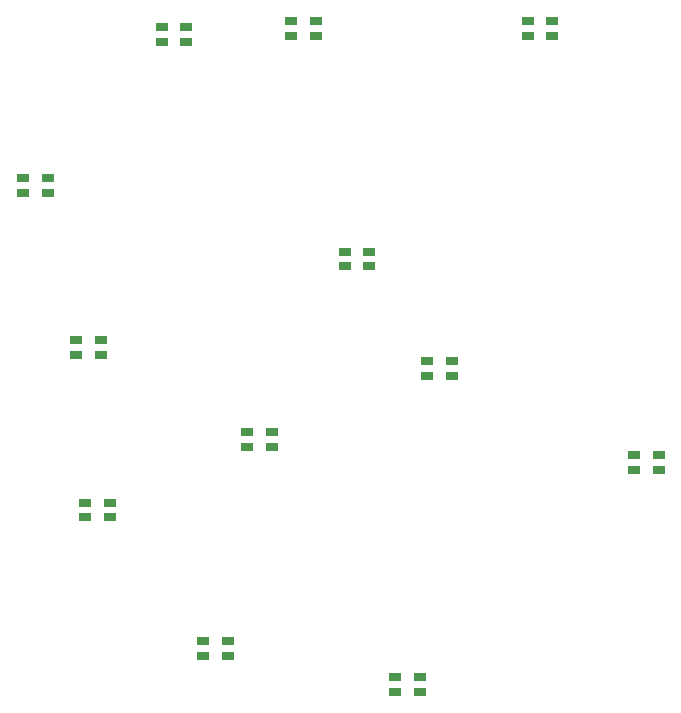
<source format=gbr>
%TF.GenerationSoftware,KiCad,Pcbnew,(5.1.10)-1*%
%TF.CreationDate,2021-10-17T16:41:48+02:00*%
%TF.ProjectId,TVZ_kuglica,54565a5f-6b75-4676-9c69-63612e6b6963,rev?*%
%TF.SameCoordinates,Original*%
%TF.FileFunction,Paste,Top*%
%TF.FilePolarity,Positive*%
%FSLAX46Y46*%
G04 Gerber Fmt 4.6, Leading zero omitted, Abs format (unit mm)*
G04 Created by KiCad (PCBNEW (5.1.10)-1) date 2021-10-17 16:41:48*
%MOMM*%
%LPD*%
G01*
G04 APERTURE LIST*
%ADD10R,1.100000X0.750000*%
G04 APERTURE END LIST*
D10*
%TO.C,D1*%
X110700000Y-86875000D03*
X112800000Y-86875000D03*
X110700000Y-88125000D03*
X112800000Y-88125000D03*
%TD*%
%TO.C,D2*%
X124550000Y-75375000D03*
X122450000Y-75375000D03*
X124550000Y-74125000D03*
X122450000Y-74125000D03*
%TD*%
%TO.C,D3*%
X153450000Y-73625000D03*
X155550000Y-73625000D03*
X153450000Y-74875000D03*
X155550000Y-74875000D03*
%TD*%
%TO.C,D4*%
X131800000Y-109625000D03*
X129700000Y-109625000D03*
X131800000Y-108375000D03*
X129700000Y-108375000D03*
%TD*%
%TO.C,D5*%
X115950000Y-114375000D03*
X118050000Y-114375000D03*
X115950000Y-115625000D03*
X118050000Y-115625000D03*
%TD*%
%TO.C,D6*%
X117300000Y-101875000D03*
X115200000Y-101875000D03*
X117300000Y-100625000D03*
X115200000Y-100625000D03*
%TD*%
%TO.C,D7*%
X142200000Y-129125000D03*
X144300000Y-129125000D03*
X142200000Y-130375000D03*
X144300000Y-130375000D03*
%TD*%
%TO.C,D8*%
X164550000Y-111625000D03*
X162450000Y-111625000D03*
X164550000Y-110375000D03*
X162450000Y-110375000D03*
%TD*%
%TO.C,D9*%
X133450000Y-73625000D03*
X135550000Y-73625000D03*
X133450000Y-74875000D03*
X135550000Y-74875000D03*
%TD*%
%TO.C,D10*%
X147050000Y-103625000D03*
X144950000Y-103625000D03*
X147050000Y-102375000D03*
X144950000Y-102375000D03*
%TD*%
%TO.C,D11*%
X125950000Y-126125000D03*
X128050000Y-126125000D03*
X125950000Y-127375000D03*
X128050000Y-127375000D03*
%TD*%
%TO.C,D12*%
X137950000Y-93125000D03*
X140050000Y-93125000D03*
X137950000Y-94375000D03*
X140050000Y-94375000D03*
%TD*%
M02*

</source>
